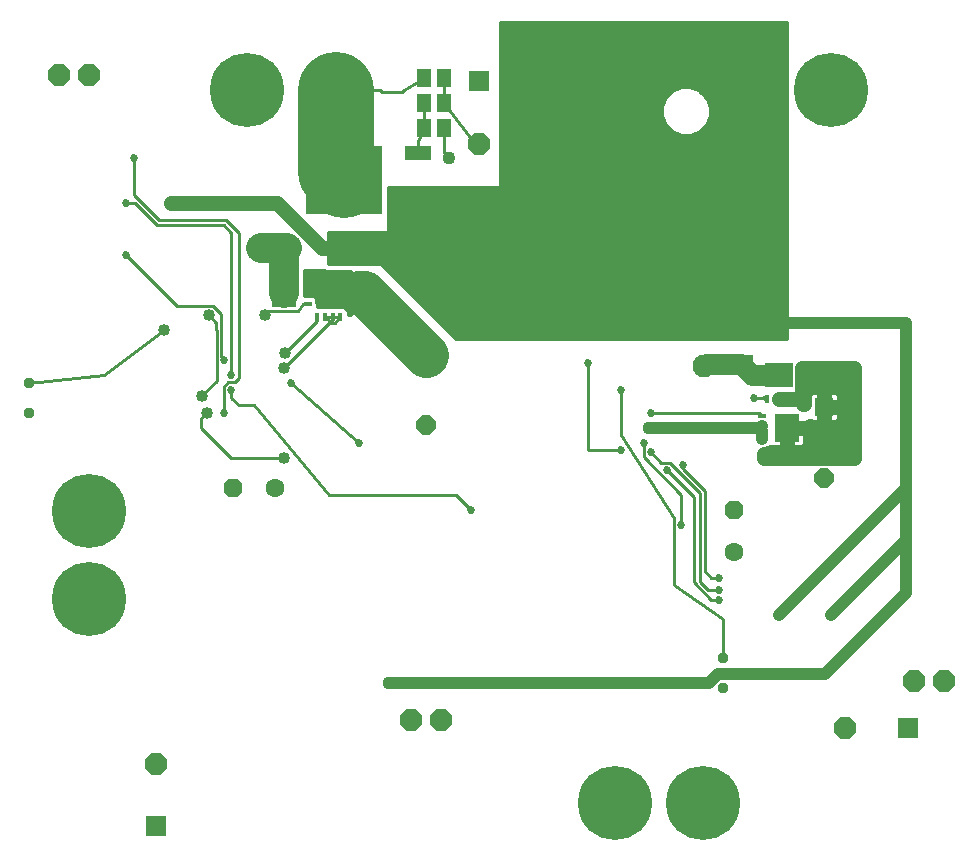
<source format=gbl>
G75*
%MOIN*%
%OFA0B0*%
%FSLAX25Y25*%
%IPPOS*%
%LPD*%
%AMOC8*
5,1,8,0,0,1.08239X$1,22.5*
%
%ADD10OC8,0.07124*%
%ADD11C,0.24669*%
%ADD12OC8,0.06300*%
%ADD13C,0.06300*%
%ADD14R,0.05118X0.05906*%
%ADD15R,0.25197X0.22835*%
%ADD16R,0.08661X0.04724*%
%ADD17R,0.09331X0.08465*%
%ADD18R,0.01654X0.02756*%
%ADD19R,0.07124X0.07124*%
%ADD20R,0.08465X0.09331*%
%ADD21R,0.02756X0.01654*%
%ADD22R,0.06299X0.08268*%
%ADD23C,0.03778*%
%ADD24R,0.08268X0.06299*%
%ADD25R,0.06337X0.06337*%
%ADD26OC8,0.06337*%
%ADD27C,0.01000*%
%ADD28C,0.04362*%
%ADD29C,0.04000*%
%ADD30C,0.02700*%
%ADD31C,0.04000*%
%ADD32C,0.01600*%
%ADD33C,0.05000*%
%ADD34C,0.10000*%
%ADD35C,0.15000*%
%ADD36C,0.01200*%
%ADD37C,0.07677*%
%ADD38C,0.07000*%
%ADD39C,0.25400*%
D10*
X0056000Y0041433D03*
X0141000Y0056000D03*
X0151000Y0056000D03*
X0285567Y0053500D03*
X0308491Y0069153D03*
X0318491Y0069153D03*
X0163500Y0248067D03*
X0033500Y0271000D03*
X0023500Y0271000D03*
D11*
X0086250Y0266000D03*
X0115750Y0266000D03*
X0251250Y0266000D03*
X0280750Y0266000D03*
X0033500Y0125750D03*
X0033500Y0096250D03*
X0208750Y0028500D03*
X0238250Y0028500D03*
D12*
X0248380Y0125934D03*
X0081500Y0133500D03*
D13*
X0095500Y0133500D03*
X0248380Y0111934D03*
D14*
X0151846Y0253500D03*
X0145154Y0253500D03*
X0145154Y0261687D03*
X0151846Y0261687D03*
X0151952Y0269874D03*
X0145259Y0269874D03*
D15*
X0118500Y0236000D03*
D16*
X0143303Y0227024D03*
X0143303Y0244976D03*
D17*
X0113500Y0198657D03*
X0263500Y0171157D03*
D18*
X0262220Y0162988D03*
X0259661Y0162988D03*
X0264780Y0162988D03*
X0267339Y0162988D03*
X0117339Y0190488D03*
X0114780Y0190488D03*
X0112220Y0190488D03*
X0109661Y0190488D03*
D19*
X0056000Y0020567D03*
X0306433Y0053500D03*
X0163500Y0268933D03*
D20*
X0098343Y0198500D03*
X0266157Y0153500D03*
D21*
X0257988Y0152220D03*
X0257988Y0149661D03*
X0257988Y0154780D03*
X0257988Y0157339D03*
X0106512Y0194661D03*
X0106512Y0197220D03*
X0106512Y0199780D03*
X0106512Y0202339D03*
D22*
X0099642Y0213500D03*
X0117358Y0213500D03*
D23*
X0013500Y0168500D03*
X0013500Y0158500D03*
X0244880Y0076735D03*
X0244880Y0066735D03*
D24*
X0251000Y0174642D03*
X0251000Y0192358D03*
D25*
X0278500Y0160311D03*
X0146000Y0177811D03*
D26*
X0146000Y0154189D03*
X0278500Y0136689D03*
D27*
X0257988Y0157339D02*
X0256827Y0158500D01*
X0221000Y0158500D01*
X0218500Y0148500D02*
X0218500Y0146330D01*
X0218385Y0146215D01*
X0218385Y0143615D01*
X0231000Y0131000D01*
X0231000Y0121000D01*
X0228500Y0123500D02*
X0228500Y0101000D01*
X0244880Y0089620D01*
X0244880Y0076735D01*
X0243500Y0096000D02*
X0241000Y0096000D01*
X0235100Y0101900D01*
X0235100Y0130365D01*
X0226192Y0139273D01*
X0227206Y0141723D02*
X0224312Y0141723D01*
X0220835Y0145200D01*
X0227206Y0141723D02*
X0237131Y0131798D01*
X0237131Y0102131D01*
X0239963Y0099300D01*
X0243500Y0099300D01*
X0243500Y0103500D02*
X0241000Y0103500D01*
X0238731Y0105769D01*
X0238731Y0132461D01*
X0231550Y0139642D01*
X0231550Y0141000D01*
X0228500Y0123500D02*
X0211000Y0151000D01*
X0211000Y0166000D01*
X0199927Y0174855D02*
X0199927Y0146000D01*
X0211000Y0146000D01*
X0255171Y0163416D02*
X0258500Y0163416D01*
X0259234Y0163416D01*
X0262220Y0162988D02*
X0264780Y0162988D01*
X0306000Y0098500D02*
X0298500Y0091000D01*
X0161000Y0126000D02*
X0156000Y0131000D01*
X0113500Y0131000D01*
X0088500Y0161000D01*
X0083500Y0161000D01*
X0081000Y0163500D01*
X0081000Y0166000D01*
X0078500Y0167065D02*
X0079985Y0168550D01*
X0082015Y0168550D01*
X0083450Y0169985D01*
X0083450Y0218313D01*
X0079163Y0222600D01*
X0056900Y0222600D01*
X0048500Y0231000D01*
X0048500Y0243500D01*
X0048737Y0228500D02*
X0046000Y0228500D01*
X0048737Y0228500D02*
X0056237Y0221000D01*
X0078500Y0221000D01*
X0081000Y0218500D01*
X0081000Y0171000D01*
X0078500Y0167065D02*
X0078500Y0158500D01*
X0072900Y0158500D02*
X0071000Y0156600D01*
X0071000Y0153500D01*
X0081000Y0143500D01*
X0098500Y0143500D01*
X0101000Y0168500D02*
X0123500Y0148500D01*
X0098500Y0173500D02*
X0113500Y0188500D01*
X0113500Y0189209D01*
X0112220Y0190488D01*
X0117339Y0190488D01*
X0115350Y0188500D01*
X0113500Y0188500D01*
X0114780Y0189780D01*
X0114780Y0190488D01*
X0112220Y0190488D01*
X0109661Y0190488D02*
X0109661Y0189045D01*
X0098808Y0178192D01*
X0092200Y0191000D02*
X0093990Y0192330D01*
X0103086Y0192330D01*
X0104957Y0194661D01*
X0106512Y0194661D01*
X0105043Y0197188D02*
X0105043Y0206000D01*
X0111957Y0206000D01*
X0112923Y0205600D01*
X0121000Y0205600D01*
X0121000Y0191000D01*
X0119865Y0191000D01*
X0119865Y0192570D01*
X0118870Y0193566D01*
X0109590Y0193566D01*
X0109590Y0196192D01*
X0108594Y0197188D01*
X0105043Y0197188D01*
X0105043Y0198083D02*
X0121000Y0198083D01*
X0121000Y0197085D02*
X0108697Y0197085D01*
X0109590Y0196086D02*
X0121000Y0196086D01*
X0121000Y0195088D02*
X0109590Y0195088D01*
X0109590Y0194089D02*
X0121000Y0194089D01*
X0121000Y0193091D02*
X0119345Y0193091D01*
X0119865Y0192092D02*
X0121000Y0192092D01*
X0121000Y0191094D02*
X0119865Y0191094D01*
X0121000Y0199082D02*
X0105043Y0199082D01*
X0105043Y0200080D02*
X0121000Y0200080D01*
X0121000Y0201079D02*
X0105043Y0201079D01*
X0105043Y0202077D02*
X0121000Y0202077D01*
X0121000Y0203076D02*
X0105043Y0203076D01*
X0105043Y0204074D02*
X0121000Y0204074D01*
X0121000Y0205073D02*
X0105043Y0205073D01*
X0077636Y0191248D02*
X0074784Y0194100D01*
X0062900Y0194100D01*
X0046000Y0211000D01*
X0073500Y0191000D02*
X0076000Y0188500D01*
X0076000Y0185892D01*
X0076036Y0185856D01*
X0076036Y0169152D01*
X0071300Y0164416D01*
X0071300Y0163900D01*
X0078500Y0176000D02*
X0077636Y0176864D01*
X0077636Y0191248D01*
X0058500Y0186000D02*
X0038500Y0171000D01*
X0013500Y0168500D01*
X0115750Y0266000D02*
X0130528Y0266000D01*
X0131328Y0265200D01*
X0137872Y0265200D01*
X0138672Y0266000D01*
X0145259Y0269874D01*
X0151952Y0269874D02*
X0151846Y0261687D01*
X0162280Y0248067D01*
X0163500Y0248067D01*
X0153500Y0243500D02*
X0151846Y0245154D01*
X0151846Y0253500D01*
X0145154Y0253500D02*
X0145154Y0261687D01*
X0145154Y0253500D02*
X0143303Y0249150D01*
X0143303Y0244976D01*
D28*
X0153500Y0243500D03*
X0061000Y0228500D03*
X0220045Y0153347D03*
X0133500Y0068500D03*
D29*
X0098500Y0143500D03*
X0072900Y0158500D03*
X0071300Y0163900D03*
X0058500Y0186000D03*
X0073500Y0191000D03*
X0092200Y0191000D03*
X0098808Y0178192D03*
X0098500Y0173500D03*
D30*
X0101000Y0168500D03*
X0081000Y0166000D03*
X0081000Y0171000D03*
X0078500Y0176000D03*
X0078500Y0158500D03*
X0123500Y0148500D03*
X0161000Y0126000D03*
X0211000Y0146000D03*
X0218500Y0148500D03*
X0220835Y0145200D03*
X0226192Y0139273D03*
X0231550Y0141000D03*
X0221000Y0158500D03*
X0211000Y0166000D03*
X0199927Y0174855D03*
X0255171Y0163416D03*
X0231000Y0121000D03*
X0243500Y0103500D03*
X0243500Y0099300D03*
X0243500Y0096000D03*
X0263500Y0091000D03*
X0281000Y0091000D03*
X0298500Y0091000D03*
X0048500Y0243500D03*
X0046000Y0228500D03*
X0046000Y0211000D03*
D31*
X0133500Y0068500D02*
X0240296Y0068500D01*
X0243020Y0071224D01*
X0278724Y0071224D01*
X0306000Y0098500D01*
X0306000Y0116000D01*
X0281000Y0091000D01*
X0263500Y0091000D02*
X0306000Y0133500D01*
X0306000Y0188500D01*
X0254858Y0188500D01*
X0251000Y0192358D01*
X0257988Y0153912D02*
X0257576Y0153500D01*
X0220045Y0153347D01*
X0257988Y0152220D02*
X0257988Y0149661D01*
X0306000Y0133500D02*
X0306000Y0116000D01*
D32*
X0266000Y0183500D02*
X0156000Y0183500D01*
X0131000Y0208500D01*
X0113500Y0208500D01*
X0113500Y0218500D01*
X0133500Y0218500D01*
X0133500Y0233500D01*
X0171000Y0233500D01*
X0171000Y0288500D01*
X0266000Y0288500D01*
X0266000Y0183500D01*
X0266000Y0183853D02*
X0155647Y0183853D01*
X0154049Y0185451D02*
X0266000Y0185451D01*
X0266000Y0187050D02*
X0152450Y0187050D01*
X0150852Y0188648D02*
X0266000Y0188648D01*
X0266000Y0190247D02*
X0149253Y0190247D01*
X0147655Y0191845D02*
X0266000Y0191845D01*
X0266000Y0193444D02*
X0146056Y0193444D01*
X0144458Y0195042D02*
X0266000Y0195042D01*
X0266000Y0196641D02*
X0142859Y0196641D01*
X0141261Y0198239D02*
X0266000Y0198239D01*
X0266000Y0199838D02*
X0139662Y0199838D01*
X0138063Y0201437D02*
X0266000Y0201437D01*
X0266000Y0203035D02*
X0136465Y0203035D01*
X0134866Y0204634D02*
X0266000Y0204634D01*
X0266000Y0206232D02*
X0133268Y0206232D01*
X0131669Y0207831D02*
X0266000Y0207831D01*
X0266000Y0209429D02*
X0113500Y0209429D01*
X0113500Y0211028D02*
X0266000Y0211028D01*
X0266000Y0212626D02*
X0113500Y0212626D01*
X0113500Y0214225D02*
X0266000Y0214225D01*
X0266000Y0215823D02*
X0113500Y0215823D01*
X0113500Y0217422D02*
X0266000Y0217422D01*
X0266000Y0219020D02*
X0133500Y0219020D01*
X0133500Y0220619D02*
X0266000Y0220619D01*
X0266000Y0222217D02*
X0133500Y0222217D01*
X0133500Y0223816D02*
X0266000Y0223816D01*
X0266000Y0225414D02*
X0133500Y0225414D01*
X0133500Y0227013D02*
X0266000Y0227013D01*
X0266000Y0228611D02*
X0133500Y0228611D01*
X0133500Y0230210D02*
X0266000Y0230210D01*
X0266000Y0231808D02*
X0133500Y0231808D01*
X0133500Y0233407D02*
X0266000Y0233407D01*
X0266000Y0235005D02*
X0171000Y0235005D01*
X0171000Y0236604D02*
X0266000Y0236604D01*
X0266000Y0238202D02*
X0171000Y0238202D01*
X0171000Y0239801D02*
X0266000Y0239801D01*
X0266000Y0241399D02*
X0171000Y0241399D01*
X0171000Y0242998D02*
X0266000Y0242998D01*
X0266000Y0244596D02*
X0171000Y0244596D01*
X0171000Y0246195D02*
X0266000Y0246195D01*
X0266000Y0247793D02*
X0171000Y0247793D01*
X0171000Y0249392D02*
X0266000Y0249392D01*
X0266000Y0250990D02*
X0234993Y0250990D01*
X0234051Y0250600D02*
X0230749Y0250600D01*
X0227698Y0251864D01*
X0225364Y0254198D01*
X0224100Y0257249D01*
X0224100Y0260551D01*
X0225364Y0263602D01*
X0227698Y0265936D01*
X0230749Y0267200D01*
X0234051Y0267200D01*
X0237102Y0265936D01*
X0239436Y0263602D01*
X0240700Y0260551D01*
X0240700Y0257249D01*
X0239436Y0254198D01*
X0237102Y0251864D01*
X0234051Y0250600D01*
X0229807Y0250990D02*
X0171000Y0250990D01*
X0171000Y0252589D02*
X0226973Y0252589D01*
X0225375Y0254187D02*
X0171000Y0254187D01*
X0171000Y0255786D02*
X0224706Y0255786D01*
X0224100Y0257384D02*
X0171000Y0257384D01*
X0171000Y0258983D02*
X0224100Y0258983D01*
X0224113Y0260581D02*
X0171000Y0260581D01*
X0171000Y0262180D02*
X0224775Y0262180D01*
X0225540Y0263778D02*
X0171000Y0263778D01*
X0171000Y0265377D02*
X0227139Y0265377D01*
X0230207Y0266975D02*
X0171000Y0266975D01*
X0171000Y0268574D02*
X0266000Y0268574D01*
X0266000Y0270172D02*
X0171000Y0270172D01*
X0171000Y0271771D02*
X0266000Y0271771D01*
X0266000Y0273370D02*
X0171000Y0273370D01*
X0171000Y0274968D02*
X0266000Y0274968D01*
X0266000Y0276567D02*
X0171000Y0276567D01*
X0171000Y0278165D02*
X0266000Y0278165D01*
X0266000Y0279764D02*
X0171000Y0279764D01*
X0171000Y0281362D02*
X0266000Y0281362D01*
X0266000Y0282961D02*
X0171000Y0282961D01*
X0171000Y0284559D02*
X0266000Y0284559D01*
X0266000Y0286158D02*
X0171000Y0286158D01*
X0171000Y0287756D02*
X0266000Y0287756D01*
X0266000Y0266975D02*
X0234593Y0266975D01*
X0237661Y0265377D02*
X0266000Y0265377D01*
X0266000Y0263778D02*
X0239260Y0263778D01*
X0240025Y0262180D02*
X0266000Y0262180D01*
X0266000Y0260581D02*
X0240687Y0260581D01*
X0240700Y0258983D02*
X0266000Y0258983D01*
X0266000Y0257384D02*
X0240700Y0257384D01*
X0240094Y0255786D02*
X0266000Y0255786D01*
X0266000Y0254187D02*
X0239425Y0254187D01*
X0237827Y0252589D02*
X0266000Y0252589D01*
D33*
X0271265Y0173500D02*
X0288500Y0173500D01*
X0288500Y0143500D01*
X0258500Y0143500D01*
X0258500Y0144561D01*
X0259003Y0144561D01*
X0260877Y0145338D01*
X0260991Y0145452D01*
X0261580Y0145335D01*
X0266157Y0145335D01*
X0266157Y0153500D01*
X0266158Y0153500D01*
X0273890Y0153500D01*
X0273890Y0153951D01*
X0274311Y0153777D01*
X0274987Y0153643D01*
X0278500Y0153643D01*
X0278500Y0160311D01*
X0278500Y0153643D01*
X0282013Y0153643D01*
X0282689Y0153777D01*
X0283326Y0154041D01*
X0283900Y0154424D01*
X0284387Y0154911D01*
X0284770Y0155485D01*
X0285034Y0156122D01*
X0285168Y0156798D01*
X0285168Y0160311D01*
X0285168Y0163824D01*
X0285034Y0164500D01*
X0284770Y0165137D01*
X0284387Y0165711D01*
X0283900Y0166198D01*
X0283326Y0166581D01*
X0282689Y0166845D01*
X0282013Y0166980D01*
X0278500Y0166980D01*
X0274987Y0166980D01*
X0274311Y0166845D01*
X0273674Y0166581D01*
X0273100Y0166198D01*
X0272613Y0165711D01*
X0272230Y0165137D01*
X0271966Y0164500D01*
X0271831Y0163824D01*
X0271831Y0161357D01*
X0271665Y0161425D01*
X0271665Y0162988D01*
X0267339Y0162988D01*
X0267339Y0162988D01*
X0271665Y0162988D01*
X0271665Y0164711D01*
X0271531Y0165387D01*
X0271267Y0166024D01*
X0271193Y0166134D01*
X0271265Y0166309D01*
X0271265Y0173500D01*
X0271265Y0173424D02*
X0288500Y0173424D01*
X0288500Y0168426D02*
X0271265Y0168426D01*
X0271665Y0163427D02*
X0271831Y0163427D01*
X0267338Y0162988D02*
X0264780Y0162988D01*
X0264780Y0162988D01*
X0267338Y0162988D01*
X0267338Y0162988D01*
X0264780Y0162988D02*
X0263588Y0162988D01*
X0264779Y0162988D01*
X0264779Y0162988D01*
X0263588Y0162988D01*
X0263588Y0162988D01*
X0266158Y0153500D02*
X0266158Y0153500D01*
X0273890Y0153500D01*
X0273890Y0148490D01*
X0273755Y0147814D01*
X0273491Y0147177D01*
X0273108Y0146604D01*
X0272621Y0146116D01*
X0272048Y0145733D01*
X0271411Y0145469D01*
X0270734Y0145335D01*
X0266158Y0145335D01*
X0266158Y0153500D01*
X0266157Y0153430D02*
X0266158Y0153430D01*
X0266157Y0148432D02*
X0266158Y0148432D01*
X0273878Y0148432D02*
X0288500Y0148432D01*
X0288500Y0153430D02*
X0273890Y0153430D01*
X0278500Y0158429D02*
X0278500Y0158429D01*
X0278500Y0160311D02*
X0278500Y0160311D01*
X0278500Y0160311D01*
X0285168Y0160311D01*
X0278500Y0160311D01*
X0278500Y0160311D01*
X0278500Y0166980D01*
X0278500Y0160311D01*
X0278500Y0163427D02*
X0278500Y0163427D01*
X0285168Y0163427D02*
X0288500Y0163427D01*
X0288500Y0158429D02*
X0285168Y0158429D01*
X0117358Y0213500D02*
X0111309Y0213500D01*
X0096309Y0228500D01*
X0061000Y0228500D01*
D34*
X0091000Y0213500D02*
X0099642Y0213500D01*
X0098343Y0212201D01*
X0098343Y0198500D01*
X0113500Y0198657D02*
X0118343Y0198657D01*
X0118500Y0198500D01*
X0123500Y0198500D01*
D35*
X0125311Y0198500D01*
X0146000Y0177811D01*
D36*
X0258500Y0163416D02*
X0258927Y0162988D01*
X0259661Y0162988D01*
X0257988Y0154780D02*
X0257988Y0153912D01*
X0257988Y0152220D01*
D37*
X0238500Y0174112D03*
X0091000Y0213500D03*
D38*
X0238500Y0174112D02*
X0239029Y0174642D01*
X0251000Y0174642D01*
X0254484Y0171157D01*
X0263500Y0171157D01*
D39*
X0118500Y0236000D02*
X0115750Y0238750D01*
X0115750Y0266000D01*
M02*

</source>
